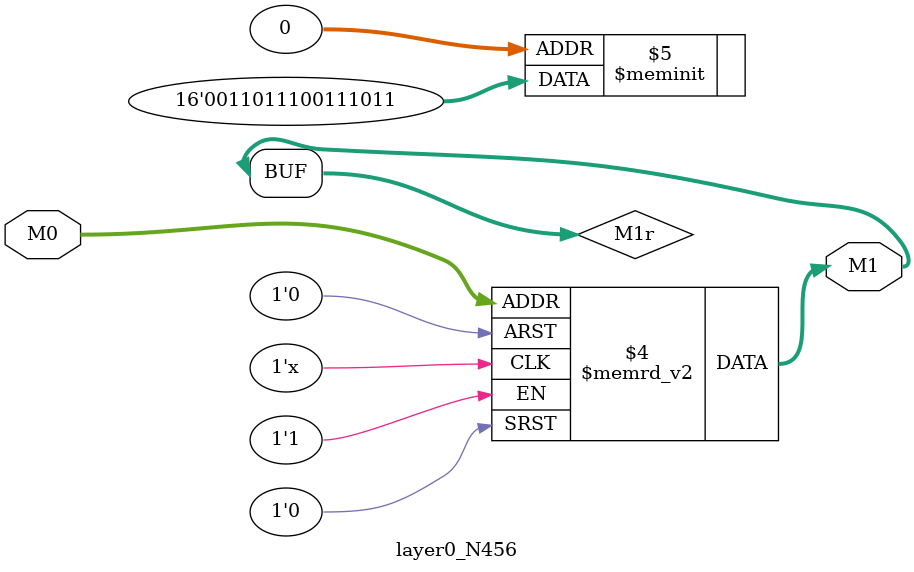
<source format=v>
module layer0_N456 ( input [2:0] M0, output [1:0] M1 );

	(*rom_style = "distributed" *) reg [1:0] M1r;
	assign M1 = M1r;
	always @ (M0) begin
		case (M0)
			3'b000: M1r = 2'b11;
			3'b100: M1r = 2'b11;
			3'b010: M1r = 2'b11;
			3'b110: M1r = 2'b11;
			3'b001: M1r = 2'b10;
			3'b101: M1r = 2'b01;
			3'b011: M1r = 2'b00;
			3'b111: M1r = 2'b00;

		endcase
	end
endmodule

</source>
